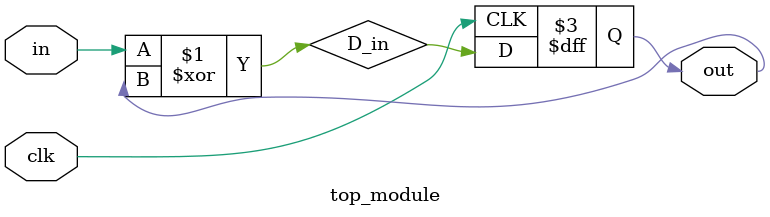
<source format=v>
module top_module (
    input clk,
    input in, 
    output reg out);
	
    wire D_in;
    
    assign D_in = in ^ out;
    
    always @(posedge clk) begin
        out <= D_in;
    end
        
endmodule

</source>
